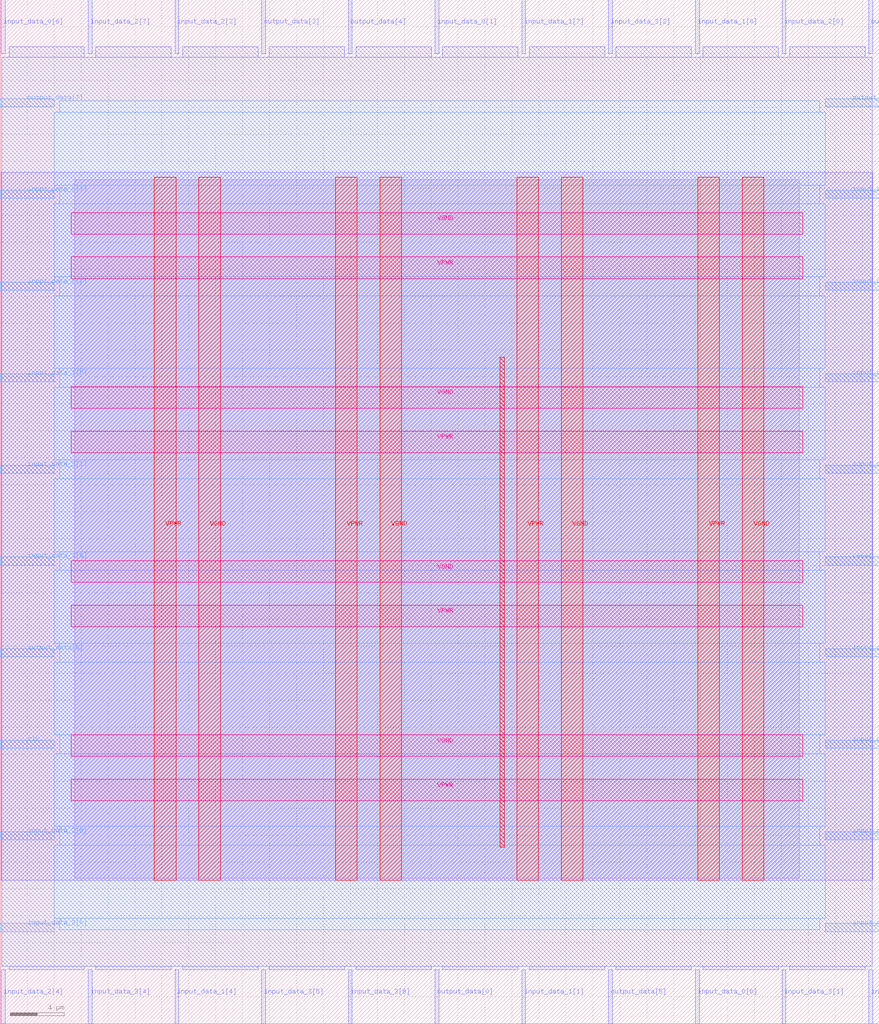
<source format=lef>
VERSION 5.7 ;
  NOWIREEXTENSIONATPIN ON ;
  DIVIDERCHAR "/" ;
  BUSBITCHARS "[]" ;
MACRO Comparator
  CLASS BLOCK ;
  FOREIGN Comparator ;
  ORIGIN 0.000 0.000 ;
  SIZE 65.265 BY 75.985 ;
  PIN VGND
    USE GROUND ;
    PORT
      LAYER met5 ;
        RECT 5.280 58.600 59.580 60.200 ;
    END
    PORT
      LAYER met5 ;
        RECT 5.280 45.680 59.580 47.280 ;
    END
    PORT
      LAYER met5 ;
        RECT 5.280 32.760 59.580 34.360 ;
    END
    PORT
      LAYER met5 ;
        RECT 5.280 19.840 59.580 21.440 ;
    END
    PORT
      LAYER met4 ;
        RECT 55.110 10.640 56.710 62.800 ;
    END
    PORT
      LAYER met4 ;
        RECT 41.655 10.640 43.255 62.800 ;
    END
    PORT
      LAYER met4 ;
        RECT 28.200 10.640 29.800 62.800 ;
    END
    PORT
      LAYER met4 ;
        RECT 14.745 10.640 16.345 62.800 ;
    END
  END VGND
  PIN VPWR
    USE POWER ;
    PORT
      LAYER met5 ;
        RECT 5.280 55.300 59.580 56.900 ;
    END
    PORT
      LAYER met5 ;
        RECT 5.280 42.380 59.580 43.980 ;
    END
    PORT
      LAYER met5 ;
        RECT 5.280 29.460 59.580 31.060 ;
    END
    PORT
      LAYER met5 ;
        RECT 5.280 16.540 59.580 18.140 ;
    END
    PORT
      LAYER met4 ;
        RECT 51.810 10.640 53.410 62.800 ;
    END
    PORT
      LAYER met4 ;
        RECT 38.355 10.640 39.955 62.800 ;
    END
    PORT
      LAYER met4 ;
        RECT 24.900 10.640 26.500 62.800 ;
    END
    PORT
      LAYER met4 ;
        RECT 11.445 10.640 13.045 62.800 ;
    END
  END VPWR
  PIN clk
    PORT
      LAYER met3 ;
        RECT 0.000 20.440 4.000 21.040 ;
    END
  END clk
  PIN input_data_0[0]
    PORT
      LAYER met2 ;
        RECT 51.610 0.000 51.890 4.000 ;
    END
  END input_data_0[0]
  PIN input_data_0[1]
    PORT
      LAYER met2 ;
        RECT 32.290 71.985 32.570 75.985 ;
    END
  END input_data_0[1]
  PIN input_data_0[2]
    PORT
      LAYER met3 ;
        RECT 0.000 54.440 4.000 55.040 ;
    END
  END input_data_0[2]
  PIN input_data_0[3]
    PORT
      LAYER met2 ;
        RECT 64.490 0.000 64.770 4.000 ;
    END
  END input_data_0[3]
  PIN input_data_0[4]
    PORT
      LAYER met3 ;
        RECT 61.265 6.840 65.265 7.440 ;
    END
  END input_data_0[4]
  PIN input_data_0[5]
    PORT
      LAYER met3 ;
        RECT 61.265 47.640 65.265 48.240 ;
    END
  END input_data_0[5]
  PIN input_data_0[6]
    PORT
      LAYER met2 ;
        RECT 0.090 71.985 0.370 75.985 ;
    END
  END input_data_0[6]
  PIN input_data_0[7]
    PORT
      LAYER met3 ;
        RECT 0.000 61.240 4.000 61.840 ;
    END
  END input_data_0[7]
  PIN input_data_1[0]
    PORT
      LAYER met2 ;
        RECT 51.610 71.985 51.890 75.985 ;
    END
  END input_data_1[0]
  PIN input_data_1[1]
    PORT
      LAYER met2 ;
        RECT 38.730 0.000 39.010 4.000 ;
    END
  END input_data_1[1]
  PIN input_data_1[2]
    PORT
      LAYER met3 ;
        RECT 61.265 54.440 65.265 55.040 ;
    END
  END input_data_1[2]
  PIN input_data_1[3]
    PORT
      LAYER met3 ;
        RECT 61.265 13.640 65.265 14.240 ;
    END
  END input_data_1[3]
  PIN input_data_1[4]
    PORT
      LAYER met2 ;
        RECT 12.970 0.000 13.250 4.000 ;
    END
  END input_data_1[4]
  PIN input_data_1[5]
    PORT
      LAYER met3 ;
        RECT 0.000 47.640 4.000 48.240 ;
    END
  END input_data_1[5]
  PIN input_data_1[6]
    PORT
      LAYER met3 ;
        RECT 0.000 34.040 4.000 34.640 ;
    END
  END input_data_1[6]
  PIN input_data_1[7]
    PORT
      LAYER met2 ;
        RECT 38.730 71.985 39.010 75.985 ;
    END
  END input_data_1[7]
  PIN input_data_2[0]
    PORT
      LAYER met2 ;
        RECT 58.050 71.985 58.330 75.985 ;
    END
  END input_data_2[0]
  PIN input_data_2[1]
    PORT
      LAYER met3 ;
        RECT 0.000 40.840 4.000 41.440 ;
    END
  END input_data_2[1]
  PIN input_data_2[2]
    PORT
      LAYER met3 ;
        RECT 61.265 61.240 65.265 61.840 ;
    END
  END input_data_2[2]
  PIN input_data_2[3]
    PORT
      LAYER met2 ;
        RECT 12.970 71.985 13.250 75.985 ;
    END
  END input_data_2[3]
  PIN input_data_2[4]
    PORT
      LAYER met2 ;
        RECT 0.090 0.000 0.370 4.000 ;
    END
  END input_data_2[4]
  PIN input_data_2[5]
    PORT
      LAYER met3 ;
        RECT 0.000 13.640 4.000 14.240 ;
    END
  END input_data_2[5]
  PIN input_data_2[6]
    PORT
      LAYER met3 ;
        RECT 61.265 40.840 65.265 41.440 ;
    END
  END input_data_2[6]
  PIN input_data_2[7]
    PORT
      LAYER met2 ;
        RECT 6.530 71.985 6.810 75.985 ;
    END
  END input_data_2[7]
  PIN input_data_3[0]
    PORT
      LAYER met3 ;
        RECT 0.000 6.840 4.000 7.440 ;
    END
  END input_data_3[0]
  PIN input_data_3[1]
    PORT
      LAYER met2 ;
        RECT 58.050 0.000 58.330 4.000 ;
    END
  END input_data_3[1]
  PIN input_data_3[2]
    PORT
      LAYER met2 ;
        RECT 45.170 71.985 45.450 75.985 ;
    END
  END input_data_3[2]
  PIN input_data_3[3]
    PORT
      LAYER met3 ;
        RECT 61.265 20.440 65.265 21.040 ;
    END
  END input_data_3[3]
  PIN input_data_3[4]
    PORT
      LAYER met2 ;
        RECT 6.530 0.000 6.810 4.000 ;
    END
  END input_data_3[4]
  PIN input_data_3[5]
    PORT
      LAYER met2 ;
        RECT 19.410 0.000 19.690 4.000 ;
    END
  END input_data_3[5]
  PIN input_data_3[6]
    PORT
      LAYER met2 ;
        RECT 25.850 0.000 26.130 4.000 ;
    END
  END input_data_3[6]
  PIN input_data_3[7]
    PORT
      LAYER met3 ;
        RECT 61.265 27.240 65.265 27.840 ;
    END
  END input_data_3[7]
  PIN output_data[0]
    PORT
      LAYER met2 ;
        RECT 32.290 0.000 32.570 4.000 ;
    END
  END output_data[0]
  PIN output_data[1]
    PORT
      LAYER met3 ;
        RECT 61.265 68.040 65.265 68.640 ;
    END
  END output_data[1]
  PIN output_data[2]
    PORT
      LAYER met2 ;
        RECT 64.490 71.985 64.770 75.985 ;
    END
  END output_data[2]
  PIN output_data[3]
    PORT
      LAYER met2 ;
        RECT 19.410 71.985 19.690 75.985 ;
    END
  END output_data[3]
  PIN output_data[4]
    PORT
      LAYER met2 ;
        RECT 25.850 71.985 26.130 75.985 ;
    END
  END output_data[4]
  PIN output_data[5]
    PORT
      LAYER met2 ;
        RECT 45.170 0.000 45.450 4.000 ;
    END
  END output_data[5]
  PIN output_data[6]
    PORT
      LAYER met3 ;
        RECT 0.000 27.240 4.000 27.840 ;
    END
  END output_data[6]
  PIN output_data[7]
    PORT
      LAYER met3 ;
        RECT 0.000 68.040 4.000 68.640 ;
    END
  END output_data[7]
  PIN reset
    PORT
      LAYER met3 ;
        RECT 61.265 34.040 65.265 34.640 ;
    END
  END reset
  OBS
      LAYER li1 ;
        RECT 5.520 10.795 59.340 62.645 ;
      LAYER met1 ;
        RECT 0.070 10.640 64.790 63.200 ;
      LAYER met2 ;
        RECT 0.650 71.705 6.250 72.490 ;
        RECT 7.090 71.705 12.690 72.490 ;
        RECT 13.530 71.705 19.130 72.490 ;
        RECT 19.970 71.705 25.570 72.490 ;
        RECT 26.410 71.705 32.010 72.490 ;
        RECT 32.850 71.705 38.450 72.490 ;
        RECT 39.290 71.705 44.890 72.490 ;
        RECT 45.730 71.705 51.330 72.490 ;
        RECT 52.170 71.705 57.770 72.490 ;
        RECT 58.610 71.705 64.210 72.490 ;
        RECT 0.100 4.280 64.760 71.705 ;
        RECT 0.650 4.000 6.250 4.280 ;
        RECT 7.090 4.000 12.690 4.280 ;
        RECT 13.530 4.000 19.130 4.280 ;
        RECT 19.970 4.000 25.570 4.280 ;
        RECT 26.410 4.000 32.010 4.280 ;
        RECT 32.850 4.000 38.450 4.280 ;
        RECT 39.290 4.000 44.890 4.280 ;
        RECT 45.730 4.000 51.330 4.280 ;
        RECT 52.170 4.000 57.770 4.280 ;
        RECT 58.610 4.000 64.210 4.280 ;
      LAYER met3 ;
        RECT 4.400 67.640 60.865 68.505 ;
        RECT 4.000 62.240 61.265 67.640 ;
        RECT 4.400 60.840 60.865 62.240 ;
        RECT 4.000 55.440 61.265 60.840 ;
        RECT 4.400 54.040 60.865 55.440 ;
        RECT 4.000 48.640 61.265 54.040 ;
        RECT 4.400 47.240 60.865 48.640 ;
        RECT 4.000 41.840 61.265 47.240 ;
        RECT 4.400 40.440 60.865 41.840 ;
        RECT 4.000 35.040 61.265 40.440 ;
        RECT 4.400 33.640 60.865 35.040 ;
        RECT 4.000 28.240 61.265 33.640 ;
        RECT 4.400 26.840 60.865 28.240 ;
        RECT 4.000 21.440 61.265 26.840 ;
        RECT 4.400 20.040 60.865 21.440 ;
        RECT 4.000 14.640 61.265 20.040 ;
        RECT 4.400 13.240 60.865 14.640 ;
        RECT 4.000 7.840 61.265 13.240 ;
        RECT 4.400 6.975 60.865 7.840 ;
      LAYER met4 ;
        RECT 37.095 13.095 37.425 49.465 ;
  END
END Comparator
END LIBRARY


</source>
